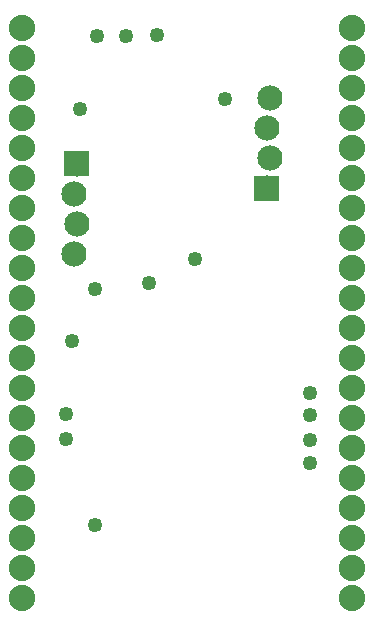
<source format=gbs>
G04 MADE WITH FRITZING*
G04 WWW.FRITZING.ORG*
G04 DOUBLE SIDED*
G04 HOLES PLATED*
G04 CONTOUR ON CENTER OF CONTOUR VECTOR*
%ASAXBY*%
%FSLAX23Y23*%
%MOIN*%
%OFA0B0*%
%SFA1.0B1.0*%
%ADD10C,0.049370*%
%ADD11C,0.088000*%
%ADD12C,0.084000*%
%ADD13R,0.001000X0.001000*%
%LNMASK0*%
G90*
G70*
G54D10*
X1030Y742D03*
X1030Y666D03*
X1030Y583D03*
X647Y1187D03*
X521Y1935D03*
X321Y1932D03*
X418Y1931D03*
G54D11*
X1172Y1958D03*
X1172Y1858D03*
X1172Y1758D03*
X1172Y1658D03*
X1172Y1558D03*
X1172Y1458D03*
X1172Y1358D03*
X1172Y1258D03*
X1172Y1158D03*
X1172Y1058D03*
X1172Y958D03*
X1172Y858D03*
X1172Y758D03*
X1172Y658D03*
X1172Y558D03*
X1172Y458D03*
X1172Y358D03*
X1172Y258D03*
X1172Y158D03*
X1172Y58D03*
X1172Y1958D03*
X1172Y1858D03*
X1172Y1758D03*
X1172Y1658D03*
X1172Y1558D03*
X1172Y1458D03*
X1172Y1358D03*
X1172Y1258D03*
X1172Y1158D03*
X1172Y1058D03*
X1172Y958D03*
X1172Y858D03*
X1172Y758D03*
X1172Y658D03*
X1172Y558D03*
X1172Y458D03*
X1172Y358D03*
X1172Y258D03*
X1172Y158D03*
X1172Y58D03*
X72Y1958D03*
X72Y1858D03*
X72Y1758D03*
X72Y1658D03*
X72Y1558D03*
X72Y1458D03*
X72Y1358D03*
X72Y1258D03*
X72Y1158D03*
X72Y1058D03*
X72Y958D03*
X72Y858D03*
X72Y758D03*
X72Y658D03*
X72Y558D03*
X72Y458D03*
X72Y358D03*
X72Y258D03*
X72Y158D03*
X72Y58D03*
X72Y1958D03*
X72Y1858D03*
X72Y1758D03*
X72Y1658D03*
X72Y1558D03*
X72Y1458D03*
X72Y1358D03*
X72Y1258D03*
X72Y1158D03*
X72Y1058D03*
X72Y958D03*
X72Y858D03*
X72Y758D03*
X72Y658D03*
X72Y558D03*
X72Y458D03*
X72Y358D03*
X72Y258D03*
X72Y158D03*
X72Y58D03*
G54D12*
X255Y1505D03*
X245Y1405D03*
X255Y1305D03*
X245Y1205D03*
X888Y1423D03*
X898Y1523D03*
X888Y1623D03*
X898Y1723D03*
G54D10*
X238Y915D03*
X315Y1087D03*
X219Y672D03*
X219Y589D03*
X315Y302D03*
X1030Y506D03*
X494Y1107D03*
X749Y1720D03*
X264Y1688D03*
G54D13*
X213Y1548D02*
X296Y1548D01*
X213Y1547D02*
X296Y1547D01*
X213Y1546D02*
X296Y1546D01*
X213Y1545D02*
X296Y1545D01*
X213Y1544D02*
X296Y1544D01*
X213Y1543D02*
X296Y1543D01*
X213Y1542D02*
X296Y1542D01*
X213Y1541D02*
X296Y1541D01*
X213Y1540D02*
X296Y1540D01*
X213Y1539D02*
X296Y1539D01*
X213Y1538D02*
X296Y1538D01*
X213Y1537D02*
X296Y1537D01*
X213Y1536D02*
X296Y1536D01*
X213Y1535D02*
X296Y1535D01*
X213Y1534D02*
X296Y1534D01*
X213Y1533D02*
X296Y1533D01*
X213Y1532D02*
X296Y1532D01*
X213Y1531D02*
X296Y1531D01*
X213Y1530D02*
X296Y1530D01*
X213Y1529D02*
X296Y1529D01*
X213Y1528D02*
X296Y1528D01*
X213Y1527D02*
X296Y1527D01*
X213Y1526D02*
X296Y1526D01*
X213Y1525D02*
X296Y1525D01*
X213Y1524D02*
X296Y1524D01*
X213Y1523D02*
X296Y1523D01*
X213Y1522D02*
X296Y1522D01*
X213Y1521D02*
X250Y1521D01*
X259Y1521D02*
X296Y1521D01*
X213Y1520D02*
X247Y1520D01*
X261Y1520D02*
X296Y1520D01*
X213Y1519D02*
X245Y1519D01*
X263Y1519D02*
X296Y1519D01*
X213Y1518D02*
X244Y1518D01*
X264Y1518D02*
X296Y1518D01*
X213Y1517D02*
X243Y1517D01*
X265Y1517D02*
X296Y1517D01*
X213Y1516D02*
X242Y1516D01*
X266Y1516D02*
X296Y1516D01*
X213Y1515D02*
X241Y1515D01*
X267Y1515D02*
X296Y1515D01*
X213Y1514D02*
X241Y1514D01*
X268Y1514D02*
X296Y1514D01*
X213Y1513D02*
X240Y1513D01*
X268Y1513D02*
X296Y1513D01*
X213Y1512D02*
X240Y1512D01*
X269Y1512D02*
X296Y1512D01*
X213Y1511D02*
X239Y1511D01*
X269Y1511D02*
X296Y1511D01*
X213Y1510D02*
X239Y1510D01*
X269Y1510D02*
X296Y1510D01*
X213Y1509D02*
X239Y1509D01*
X269Y1509D02*
X296Y1509D01*
X213Y1508D02*
X239Y1508D01*
X270Y1508D02*
X296Y1508D01*
X213Y1507D02*
X239Y1507D01*
X270Y1507D02*
X296Y1507D01*
X213Y1506D02*
X239Y1506D01*
X270Y1506D02*
X296Y1506D01*
X213Y1505D02*
X239Y1505D01*
X270Y1505D02*
X296Y1505D01*
X213Y1504D02*
X239Y1504D01*
X269Y1504D02*
X296Y1504D01*
X213Y1503D02*
X239Y1503D01*
X269Y1503D02*
X296Y1503D01*
X213Y1502D02*
X239Y1502D01*
X269Y1502D02*
X296Y1502D01*
X213Y1501D02*
X240Y1501D01*
X269Y1501D02*
X296Y1501D01*
X213Y1500D02*
X240Y1500D01*
X268Y1500D02*
X296Y1500D01*
X213Y1499D02*
X241Y1499D01*
X268Y1499D02*
X296Y1499D01*
X213Y1498D02*
X241Y1498D01*
X267Y1498D02*
X296Y1498D01*
X213Y1497D02*
X242Y1497D01*
X266Y1497D02*
X296Y1497D01*
X213Y1496D02*
X243Y1496D01*
X265Y1496D02*
X296Y1496D01*
X213Y1495D02*
X244Y1495D01*
X264Y1495D02*
X296Y1495D01*
X213Y1494D02*
X245Y1494D01*
X263Y1494D02*
X296Y1494D01*
X213Y1493D02*
X247Y1493D01*
X261Y1493D02*
X296Y1493D01*
X213Y1492D02*
X250Y1492D01*
X258Y1492D02*
X296Y1492D01*
X213Y1491D02*
X296Y1491D01*
X213Y1490D02*
X296Y1490D01*
X213Y1489D02*
X296Y1489D01*
X213Y1488D02*
X296Y1488D01*
X213Y1487D02*
X296Y1487D01*
X213Y1486D02*
X296Y1486D01*
X213Y1485D02*
X296Y1485D01*
X213Y1484D02*
X296Y1484D01*
X213Y1483D02*
X296Y1483D01*
X213Y1482D02*
X296Y1482D01*
X213Y1481D02*
X296Y1481D01*
X213Y1480D02*
X296Y1480D01*
X213Y1479D02*
X296Y1479D01*
X213Y1478D02*
X296Y1478D01*
X213Y1477D02*
X296Y1477D01*
X213Y1476D02*
X296Y1476D01*
X213Y1475D02*
X296Y1475D01*
X213Y1474D02*
X296Y1474D01*
X213Y1473D02*
X296Y1473D01*
X213Y1472D02*
X296Y1472D01*
X213Y1471D02*
X296Y1471D01*
X213Y1470D02*
X296Y1470D01*
X213Y1469D02*
X296Y1469D01*
X213Y1468D02*
X296Y1468D01*
X213Y1467D02*
X296Y1467D01*
X213Y1466D02*
X296Y1466D01*
X213Y1465D02*
X296Y1465D01*
X846Y1465D02*
X929Y1465D01*
X846Y1464D02*
X929Y1464D01*
X846Y1463D02*
X929Y1463D01*
X846Y1462D02*
X929Y1462D01*
X846Y1461D02*
X929Y1461D01*
X846Y1460D02*
X929Y1460D01*
X846Y1459D02*
X929Y1459D01*
X846Y1458D02*
X929Y1458D01*
X846Y1457D02*
X929Y1457D01*
X846Y1456D02*
X929Y1456D01*
X846Y1455D02*
X929Y1455D01*
X846Y1454D02*
X929Y1454D01*
X846Y1453D02*
X929Y1453D01*
X846Y1452D02*
X929Y1452D01*
X846Y1451D02*
X929Y1451D01*
X846Y1450D02*
X929Y1450D01*
X846Y1449D02*
X929Y1449D01*
X846Y1448D02*
X929Y1448D01*
X846Y1447D02*
X929Y1447D01*
X846Y1446D02*
X929Y1446D01*
X846Y1445D02*
X929Y1445D01*
X846Y1444D02*
X929Y1444D01*
X846Y1443D02*
X929Y1443D01*
X846Y1442D02*
X929Y1442D01*
X846Y1441D02*
X929Y1441D01*
X846Y1440D02*
X929Y1440D01*
X846Y1439D02*
X929Y1439D01*
X846Y1438D02*
X882Y1438D01*
X894Y1438D02*
X929Y1438D01*
X846Y1437D02*
X880Y1437D01*
X896Y1437D02*
X929Y1437D01*
X846Y1436D02*
X878Y1436D01*
X897Y1436D02*
X929Y1436D01*
X846Y1435D02*
X877Y1435D01*
X898Y1435D02*
X929Y1435D01*
X846Y1434D02*
X876Y1434D01*
X899Y1434D02*
X929Y1434D01*
X846Y1433D02*
X875Y1433D01*
X900Y1433D02*
X929Y1433D01*
X846Y1432D02*
X874Y1432D01*
X901Y1432D02*
X929Y1432D01*
X846Y1431D02*
X874Y1431D01*
X901Y1431D02*
X929Y1431D01*
X846Y1430D02*
X873Y1430D01*
X902Y1430D02*
X929Y1430D01*
X846Y1429D02*
X873Y1429D01*
X902Y1429D02*
X929Y1429D01*
X846Y1428D02*
X873Y1428D01*
X903Y1428D02*
X929Y1428D01*
X846Y1427D02*
X872Y1427D01*
X903Y1427D02*
X929Y1427D01*
X846Y1426D02*
X872Y1426D01*
X903Y1426D02*
X929Y1426D01*
X846Y1425D02*
X872Y1425D01*
X903Y1425D02*
X929Y1425D01*
X846Y1424D02*
X872Y1424D01*
X903Y1424D02*
X929Y1424D01*
X846Y1423D02*
X872Y1423D01*
X903Y1423D02*
X929Y1423D01*
X846Y1422D02*
X872Y1422D01*
X903Y1422D02*
X929Y1422D01*
X846Y1421D02*
X872Y1421D01*
X903Y1421D02*
X929Y1421D01*
X846Y1420D02*
X873Y1420D01*
X903Y1420D02*
X929Y1420D01*
X846Y1419D02*
X873Y1419D01*
X902Y1419D02*
X929Y1419D01*
X846Y1418D02*
X873Y1418D01*
X902Y1418D02*
X929Y1418D01*
X846Y1417D02*
X874Y1417D01*
X901Y1417D02*
X929Y1417D01*
X846Y1416D02*
X874Y1416D01*
X901Y1416D02*
X929Y1416D01*
X846Y1415D02*
X875Y1415D01*
X900Y1415D02*
X929Y1415D01*
X846Y1414D02*
X876Y1414D01*
X899Y1414D02*
X929Y1414D01*
X846Y1413D02*
X877Y1413D01*
X898Y1413D02*
X929Y1413D01*
X846Y1412D02*
X878Y1412D01*
X897Y1412D02*
X929Y1412D01*
X846Y1411D02*
X880Y1411D01*
X896Y1411D02*
X929Y1411D01*
X846Y1410D02*
X882Y1410D01*
X894Y1410D02*
X929Y1410D01*
X846Y1409D02*
X929Y1409D01*
X846Y1408D02*
X929Y1408D01*
X846Y1407D02*
X929Y1407D01*
X846Y1406D02*
X929Y1406D01*
X846Y1405D02*
X929Y1405D01*
X846Y1404D02*
X929Y1404D01*
X846Y1403D02*
X929Y1403D01*
X846Y1402D02*
X929Y1402D01*
X846Y1401D02*
X929Y1401D01*
X846Y1400D02*
X929Y1400D01*
X846Y1399D02*
X929Y1399D01*
X846Y1398D02*
X929Y1398D01*
X846Y1397D02*
X929Y1397D01*
X846Y1396D02*
X929Y1396D01*
X846Y1395D02*
X929Y1395D01*
X846Y1394D02*
X929Y1394D01*
X846Y1393D02*
X929Y1393D01*
X846Y1392D02*
X929Y1392D01*
X846Y1391D02*
X929Y1391D01*
X846Y1390D02*
X929Y1390D01*
X846Y1389D02*
X929Y1389D01*
X846Y1388D02*
X929Y1388D01*
X846Y1387D02*
X929Y1387D01*
X846Y1386D02*
X929Y1386D01*
X846Y1385D02*
X929Y1385D01*
X846Y1384D02*
X929Y1384D01*
X846Y1383D02*
X929Y1383D01*
X847Y1382D02*
X929Y1382D01*
D02*
G04 End of Mask0*
M02*
</source>
